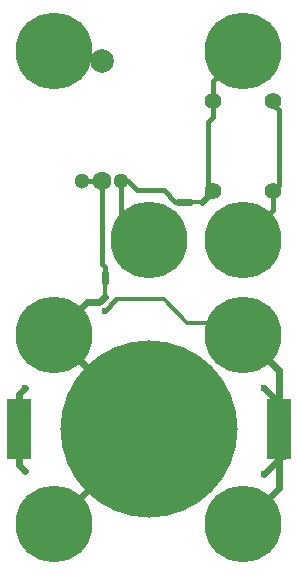
<source format=gtl>
G04 #@! TF.FileFunction,Copper,L1,Top,Signal*
%FSLAX46Y46*%
G04 Gerber Fmt 4.6, Leading zero omitted, Abs format (unit mm)*
G04 Created by KiCad (PCBNEW (2015-08-15 BZR 6092)-product) date 2/28/2016 9:25:34 PM*
%MOMM*%
G01*
G04 APERTURE LIST*
%ADD10C,0.100000*%
%ADD11C,6.500000*%
%ADD12C,1.300000*%
%ADD13C,1.600000*%
%ADD14C,2.000000*%
%ADD15C,15.000000*%
%ADD16R,2.000000X5.080000*%
%ADD17C,1.397000*%
%ADD18C,0.600000*%
%ADD19C,0.609600*%
%ADD20C,0.406400*%
%ADD21C,0.304800*%
G04 APERTURE END LIST*
D10*
D11*
X164000000Y-104000000D03*
X164000000Y-88000000D03*
D12*
X153650000Y-75000000D03*
D13*
X152000000Y-75000000D03*
D12*
X150350000Y-75000000D03*
D14*
X152000000Y-64800000D03*
D11*
X164000000Y-64000000D03*
X148000000Y-64000000D03*
X164000000Y-80000000D03*
X156000000Y-80000000D03*
X148000000Y-88000000D03*
X148000000Y-104000000D03*
D15*
X156000000Y-96000000D03*
D16*
X145000000Y-96000000D03*
X167000000Y-96000000D03*
D17*
X166540000Y-75810000D03*
X161460000Y-75810000D03*
X166540000Y-68190000D03*
X161460000Y-68190000D03*
D18*
X165750000Y-92500000D03*
X145500000Y-92500000D03*
X165750000Y-99750000D03*
X145500000Y-99500000D03*
X152250000Y-86000000D03*
D19*
X148000000Y-104000000D02*
X156000000Y-96000000D01*
X148000000Y-88000000D02*
X156000000Y-96000000D01*
X152250000Y-84750000D02*
X151750000Y-85250000D01*
X152250000Y-83500000D02*
X152250000Y-82750000D01*
D20*
X152000000Y-82000000D02*
X152250000Y-82250000D01*
X152250000Y-82250000D02*
X152250000Y-82750000D01*
X152000000Y-75000000D02*
X152000000Y-82000000D01*
D21*
X152250000Y-84750000D02*
X152250000Y-83500000D01*
D19*
X150750000Y-85250000D02*
X148000000Y-88000000D01*
X151750000Y-85250000D02*
X150750000Y-85250000D01*
D20*
X150350000Y-75000000D02*
X152000000Y-75000000D01*
X148000000Y-88000000D02*
X149000000Y-88000000D01*
D19*
X145000000Y-96000000D02*
X145000000Y-93000000D01*
X165750000Y-92500000D02*
X167000000Y-93750000D01*
X145000000Y-93000000D02*
X145500000Y-92500000D01*
X167000000Y-93750000D02*
X167000000Y-96000000D01*
X145000000Y-96000000D02*
X145000000Y-99000000D01*
X165750000Y-99750000D02*
X167000000Y-98500000D01*
X145000000Y-99000000D02*
X145500000Y-99500000D01*
X167000000Y-98500000D02*
X167000000Y-96000000D01*
X167000000Y-96000000D02*
X167000000Y-101000000D01*
X167000000Y-101000000D02*
X164000000Y-104000000D01*
X167000000Y-96000000D02*
X167000000Y-91000000D01*
X167000000Y-91000000D02*
X164000000Y-88000000D01*
D21*
X153250000Y-85000000D02*
X157250000Y-85000000D01*
D20*
X152250000Y-86000000D02*
X153250000Y-85000000D01*
D21*
X159250000Y-87000000D02*
X163000000Y-87000000D01*
X157250000Y-85000000D02*
X159250000Y-87000000D01*
X163000000Y-87000000D02*
X164000000Y-88000000D01*
D20*
X167430000Y-96000000D02*
X167430000Y-98320000D01*
X167000000Y-95570000D02*
X167430000Y-96000000D01*
X166540000Y-75810000D02*
X166540000Y-77460000D01*
X166540000Y-77460000D02*
X164000000Y-80000000D01*
X166540000Y-68190000D02*
X166540000Y-68540000D01*
X166540000Y-68540000D02*
X167000000Y-69000000D01*
X167000000Y-69000000D02*
X167000000Y-75350000D01*
X167000000Y-75350000D02*
X166540000Y-75810000D01*
D19*
X160500000Y-76750000D02*
X160520000Y-76750000D01*
X159500000Y-76750000D02*
X158500000Y-76750000D01*
D20*
X155000000Y-75750000D02*
X157250000Y-75750000D01*
X157250000Y-75750000D02*
X158250000Y-76750000D01*
X158250000Y-76750000D02*
X158500000Y-76750000D01*
X154250000Y-75000000D02*
X155000000Y-75750000D01*
D21*
X160500000Y-76750000D02*
X159500000Y-76750000D01*
D19*
X160520000Y-76750000D02*
X161460000Y-75810000D01*
D20*
X153650000Y-75000000D02*
X154250000Y-75000000D01*
X153650000Y-75000000D02*
X153650000Y-77650000D01*
X153650000Y-77650000D02*
X156000000Y-80000000D01*
X153900000Y-75250000D02*
X153650000Y-75000000D01*
X161460000Y-69540000D02*
X161000000Y-70000000D01*
X161460000Y-68190000D02*
X161460000Y-69540000D01*
X161000000Y-70000000D02*
X161000000Y-75350000D01*
X161000000Y-75350000D02*
X161460000Y-75810000D01*
X161460000Y-68190000D02*
X161460000Y-66540000D01*
X161460000Y-66540000D02*
X164000000Y-64000000D01*
X153650000Y-75000000D02*
X153650000Y-74650000D01*
M02*

</source>
